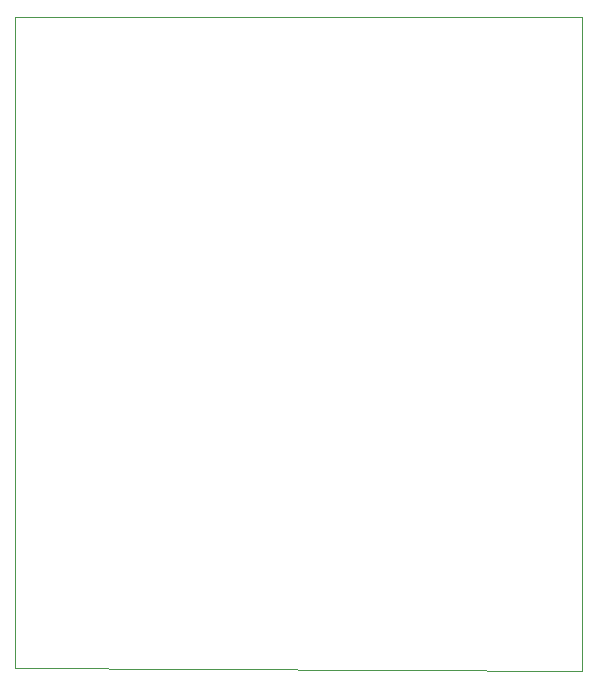
<source format=gbr>
G04 #@! TF.GenerationSoftware,KiCad,Pcbnew,5.1.5*
G04 #@! TF.CreationDate,2020-04-29T20:22:20+02:00*
G04 #@! TF.ProjectId,fancontr,66616e63-6f6e-4747-922e-6b696361645f,rev?*
G04 #@! TF.SameCoordinates,Original*
G04 #@! TF.FileFunction,Profile,NP*
%FSLAX46Y46*%
G04 Gerber Fmt 4.6, Leading zero omitted, Abs format (unit mm)*
G04 Created by KiCad (PCBNEW 5.1.5) date 2020-04-29 20:22:20*
%MOMM*%
%LPD*%
G04 APERTURE LIST*
%ADD10C,0.100000*%
G04 APERTURE END LIST*
D10*
X77724000Y-131572000D02*
X77724000Y-76454000D01*
X125730000Y-131826000D02*
X77724000Y-131572000D01*
X125730000Y-76454000D02*
X125730000Y-131826000D01*
X77724000Y-76454000D02*
X125730000Y-76454000D01*
M02*

</source>
